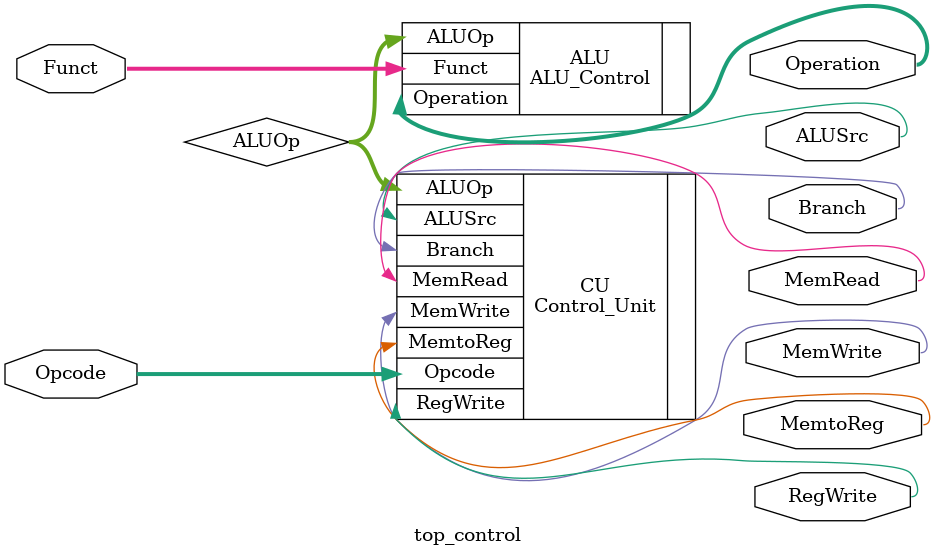
<source format=v>
module top_control
(
	input [6:0] Opcode,
	input [3:0] Funct,
	output [3:0] Operation,
	output Branch,
	output MemRead,
	output MemtoReg,
	output MemWrite,
	output ALUSrc,
	output RegWrite
);

	wire [1:0] ALUOp;

	Control_Unit CU
	(
		.Opcode(Opcode),
		.Branch(Branch),
		.MemRead(MemRead),
		.MemtoReg(MemtoReg),
		.MemWrite(MemWrite),
		.ALUSrc(ALUSrc),
		.RegWrite(RegWrite),
		.ALUOp(ALUOp)
	);
	
	ALU_Control ALU
	(
		.ALUOp(ALUOp),
		.Funct(Funct),
		.Operation(Operation)
	);

endmodule
</source>
